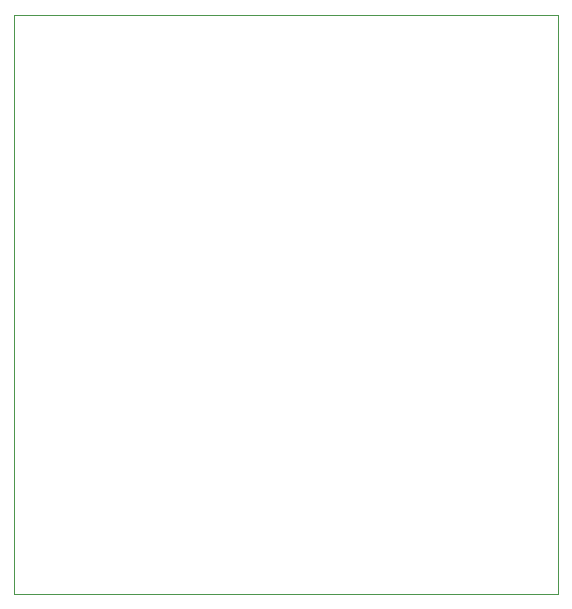
<source format=gm1>
%TF.GenerationSoftware,KiCad,Pcbnew,(5.1.8-44-gfd79c7ae46)*%
%TF.CreationDate,2021-01-02T19:49:23-07:00*%
%TF.ProjectId,egg,6567672e-6b69-4636-9164-5f7063625858,rev?*%
%TF.SameCoordinates,Original*%
%TF.FileFunction,Profile,NP*%
%FSLAX46Y46*%
G04 Gerber Fmt 4.6, Leading zero omitted, Abs format (unit mm)*
G04 Created by KiCad (PCBNEW (5.1.8-44-gfd79c7ae46)) date 2021-01-02 19:49:23*
%MOMM*%
%LPD*%
G01*
G04 APERTURE LIST*
%TA.AperFunction,Profile*%
%ADD10C,0.100000*%
%TD*%
G04 APERTURE END LIST*
D10*
X76000000Y-24000000D02*
X76000000Y-73000000D01*
X30000000Y-24000000D02*
X76000000Y-24000000D01*
X30000000Y-73000000D02*
X30000000Y-24000000D01*
X76000000Y-73000000D02*
X30000000Y-73000000D01*
M02*

</source>
